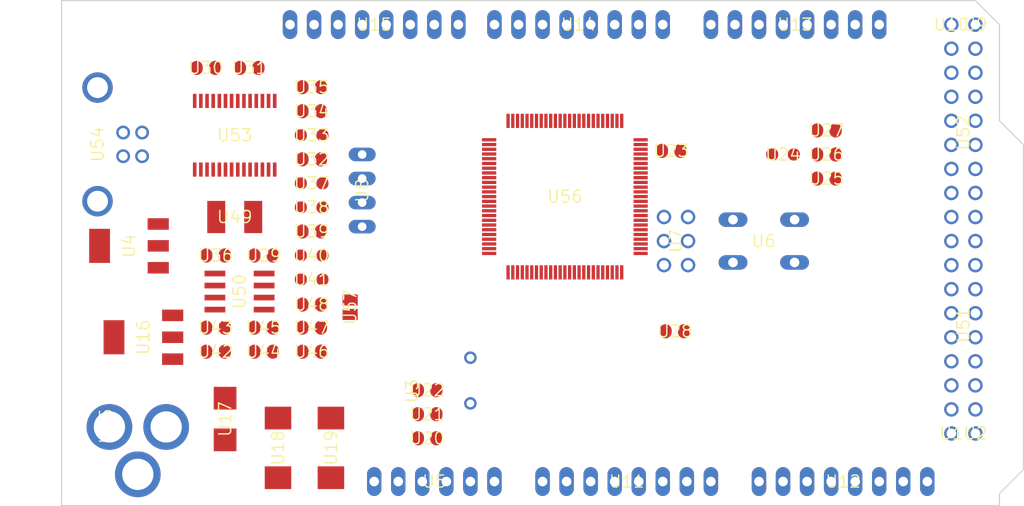
<source format=kicad_pcb>
(kicad_pcb (version 20221018) (generator pcbnew)
  (layers (0 "F.Cu" signal "Top") (31 "B.Cu" signal "Bottom") (34 "B.Paste" user) (35 "F.Paste" user) (36 "B.SilkS" user "B.Silkscreen") (37 "F.SilkS" user "F.Silkscreen") (38 "B.Mask" user) (39 "F.Mask" user) (44 "Edge.Cuts" user))
  (net 0 "")
  (net 1 "+5V")
  (net 2 "GND")
  (net 3 "N$6")
  (net 4 "N$7")
  (net 5 "AREF")
  (net 6 "RESET")
  (net 7 "VIN")
  (net 8 "N$3")
  (net 9 "PWRIN")
  (net 10 "M8RXD")
  (net 11 "M8TXD")
  (net 12 "ADC0")
  (net 13 "ADC2")
  (net 14 "ADC1")
  (net 15 "ADC3")
  (net 16 "ADC4")
  (net 17 "ADC5")
  (net 18 "ADC6")
  (net 19 "ADC7")
  (net 20 "+3V3")
  (net 21 "SDA")
  (net 22 "SCL")
  (net 23 "ADC9")
  (net 24 "ADC8")
  (net 25 "ADC10")
  (net 26 "ADC11")
  (net 27 "ADC12")
  (net 28 "ADC13")
  (net 29 "ADC14")
  (net 30 "ADC15")
  (net 31 "PB3")
  (net 32 "PB2")
  (net 33 "PB1")
  (net 34 "PB5")
  (net 35 "PB4")
  (net 36 "PE5")
  (net 37 "PE4")
  (net 38 "PE3")
  (net 39 "PE1")
  (net 40 "PE0")
  (net 41 "N$15")
  (net 42 "N$53")
  (net 43 "N$54")
  (net 44 "N$55")
  (net 45 "D-")
  (net 46 "D+")
  (net 47 "N$60")
  (net 48 "DTR")
  (net 49 "USBVCC")
  (net 50 "N$2")
  (net 51 "N$4")
  (net 52 "GATE_CMD")
  (net 53 "CMP")
  (net 54 "PB6")
  (net 55 "PH3")
  (net 56 "PH4")
  (net 57 "PH5")
  (net 58 "PH6")
  (net 59 "PG5")
  (net 60 "RXD1")
  (net 61 "TXD1")
  (net 62 "RXD2")
  (net 63 "RXD3")
  (net 64 "TXD2")
  (net 65 "TXD3")
  (net 66 "PC0")
  (net 67 "PC1")
  (net 68 "PC2")
  (net 69 "PC3")
  (net 70 "PC4")
  (net 71 "PC5")
  (net 72 "PC6")
  (net 73 "PC7")
  (net 74 "PB0")
  (net 75 "PG0")
  (net 76 "PG1")
  (net 77 "PG2")
  (net 78 "PD7")
  (net 79 "PA0")
  (net 80 "PA1")
  (net 81 "PA2")
  (net 82 "PA3")
  (net 83 "PA4")
  (net 84 "PA5")
  (net 85 "PA6")
  (net 86 "PA7")
  (net 87 "PL0")
  (net 88 "PL1")
  (net 89 "PL2")
  (net 90 "PL3")
  (net 91 "PL4")
  (net 92 "PL5")
  (net 93 "PL6")
  (net 94 "PL7")
  (net 95 "PB7")
  (net 96 "CTS")
  (net 97 "DSR")
  (net 98 "DCD")
  (net 99 "RI")
  (footprint "Arduino_MEGA_Reference_Design:2X03" (layer "F.Cu") (at 162.5981 103.7336 -90)
    (fp_text reference "U7")
    (fp_text value "")
  )
  (footprint "Arduino_MEGA_Reference_Design:1X08" (layer "F.Cu") (at 152.3111 80.8736 180)
    (fp_text reference "U14")
    (fp_text value "")
  )
  (footprint "Arduino_MEGA_Reference_Design:1X08" (layer "F.Cu") (at 130.7211 80.8736 180)
    (fp_text reference "U15")
    (fp_text value "")
  )
  (footprint "Arduino_MEGA_Reference_Design:SMC_D" (layer "F.Cu") (at 120.5611 125.5776 -90)
    (fp_text reference "U18")
    (fp_text value "")
  )
  (footprint "Arduino_MEGA_Reference_Design:SMC_D" (layer "F.Cu") (at 126.1491 125.5776 -90)
    (fp_text reference "U19")
    (fp_text value "")
  )
  (footprint "Arduino_MEGA_Reference_Design:B3F-10XX" (layer "F.Cu") (at 171.8691 103.7336 180)
    (fp_text reference "U6")
    (fp_text value "")
  )
  (footprint "Arduino_MEGA_Reference_Design:0805RND" (layer "F.Cu") (at 173.9011 94.5896 180)
    (fp_text reference "U24")
    (fp_text value "")
  )
  (footprint "Arduino_MEGA_Reference_Design:SMB" (layer "F.Cu") (at 114.9731 122.5296 -90)
    (fp_text reference "U17")
    (fp_text value "")
  )
  (footprint "Arduino_MEGA_Reference_Design:DC-21MM" (layer "F.Cu") (at 103.0351 123.2916 90)
    (fp_text reference "U55")
    (fp_text value "")
  )
  (footprint "Arduino_MEGA_Reference_Design:HC49_S" (layer "F.Cu") (at 140.8811 118.4656 90)
    (fp_text reference "U3")
    (fp_text value "")
  )
  (footprint "Arduino_MEGA_Reference_Design:SOT223" (layer "F.Cu") (at 106.3371 113.8936 90)
    (fp_text reference "U16")
    (fp_text value "")
  )
  (footprint "Arduino_MEGA_Reference_Design:1X06" (layer "F.Cu") (at 137.0711 129.1336)
    (fp_text reference "U5")
    (fp_text value "")
  )
  (footprint "Arduino_MEGA_Reference_Design:C0805RND" (layer "F.Cu") (at 124.1171 87.4776)
    (fp_text reference "U35")
    (fp_text value "")
  )
  (footprint "Arduino_MEGA_Reference_Design:C0805RND" (layer "F.Cu") (at 162.4711 113.2586)
    (fp_text reference "U28")
    (fp_text value "")
  )
  (footprint "Arduino_MEGA_Reference_Design:C0805RND" (layer "F.Cu") (at 136.3091 122.0216)
    (fp_text reference "U21")
    (fp_text value "")
  )
  (footprint "Arduino_MEGA_Reference_Design:C0805RND" (layer "F.Cu") (at 136.3091 119.4816)
    (fp_text reference "U22")
    (fp_text value "")
  )
  (footprint "Arduino_MEGA_Reference_Design:C0805RND" (layer "F.Cu") (at 113.9571 112.8776)
    (fp_text reference "U43")
    (fp_text value "")
  )
  (footprint "Arduino_MEGA_Reference_Design:RCL_0805RND" (layer "F.Cu") (at 124.1171 105.2576)
    (fp_text reference "U40")
    (fp_text value "")
  )
  (footprint "Arduino_MEGA_Reference_Design:RCL_0805RND" (layer "F.Cu") (at 124.1171 107.7976)
    (fp_text reference "U41")
    (fp_text value "")
  )
  (footprint "Arduino_MEGA_Reference_Design:1X08" (layer "F.Cu") (at 157.3911 129.1336)
    (fp_text reference "U11")
    (fp_text value "")
  )
  (footprint "Arduino_MEGA_Reference_Design:1X08" (layer "F.Cu") (at 175.1711 80.8736 180)
    (fp_text reference "U13")
    (fp_text value "")
  )
  (footprint "Arduino_MEGA_Reference_Design:R0805RND" (layer "F.Cu") (at 178.4731 94.5896 180)
    (fp_text reference "U26")
    (fp_text value "")
  )
  (footprint "Arduino_MEGA_Reference_Design:R0805RND" (layer "F.Cu") (at 178.4731 92.0496 180)
    (fp_text reference "U27")
    (fp_text value "")
  )
  (footprint "Arduino_MEGA_Reference_Design:TQFP100" (layer "F.Cu") (at 150.86109924316406 99.0392837524414 0)
    (fp_text reference "U56")
    (fp_text value "")
  )
  (footprint "Arduino_MEGA_Reference_Design:C0805RND" (layer "F.Cu") (at 162.0901 94.2086 180)
    (fp_text reference "U23")
    (fp_text value "")
  )
  (footprint "Arduino_MEGA_Reference_Design:C0805RND" (layer "F.Cu") (at 136.3091 124.5616)
    (fp_text reference "U20")
    (fp_text value "")
  )
  (footprint "Arduino_MEGA_Reference_Design:1X08" (layer "F.Cu") (at 180.2511 129.1336)
    (fp_text reference "U12")
    (fp_text value "")
  )
  (footprint "Arduino_MEGA_Reference_Design:R0805RND" (layer "F.Cu") (at 124.1171 112.8776)
    (fp_text reference "U47")
    (fp_text value "")
  )
  (footprint "Arduino_MEGA_Reference_Design:C0805RND" (layer "F.Cu") (at 124.1171 115.4176)
    (fp_text reference "U46")
    (fp_text value "")
  )
  (footprint "Arduino_MEGA_Reference_Design:C0805RND" (layer "F.Cu") (at 113.9571 105.2576)
    (fp_text reference "U36")
    (fp_text value "")
  )
  (footprint "Arduino_MEGA_Reference_Design:C0805RND" (layer "F.Cu") (at 112.9411 85.4456)
    (fp_text reference "U30")
    (fp_text value "")
  )
  (footprint "Arduino_MEGA_Reference_Design:0805RND" (layer "F.Cu") (at 124.1171 100.1776 180)
    (fp_text reference "U38")
    (fp_text value "")
  )
  (footprint "Arduino_MEGA_Reference_Design:0805RND" (layer "F.Cu") (at 124.1171 97.6376 180)
    (fp_text reference "U37")
    (fp_text value "")
  )
  (footprint "Arduino_MEGA_Reference_Design:R0805RND" (layer "F.Cu") (at 124.1171 95.0976)
    (fp_text reference "U32")
    (fp_text value "")
  )
  (footprint "Arduino_MEGA_Reference_Design:R0805RND" (layer "F.Cu") (at 124.1171 102.7176)
    (fp_text reference "U39")
    (fp_text value "")
  )
  (footprint "Arduino_MEGA_Reference_Design:SSOP28" (layer "F.Cu") (at 115.9891 92.5576)
    (fp_text reference "U53")
    (fp_text value "")
  )
  (footprint "Arduino_MEGA_Reference_Design:PN61729" (layer "F.Cu") (at 98.9584 93.5228 -90)
    (fp_text reference "U54")
    (fp_text value "")
  )
  (footprint "Arduino_MEGA_Reference_Design:L1812" (layer "F.Cu") (at 115.9891 101.1936)
    (fp_text reference "U49")
    (fp_text value "")
  )
  (footprint "Arduino_MEGA_Reference_Design:C0805RND" (layer "F.Cu") (at 117.5131 85.4456)
    (fp_text reference "U31")
    (fp_text value "")
  )
  (footprint "Arduino_MEGA_Reference_Design:0805RND" (layer "F.Cu") (at 124.1171 92.5576 180)
    (fp_text reference "U33")
    (fp_text value "")
  )
  (footprint "Arduino_MEGA_Reference_Design:R0805RND" (layer "F.Cu") (at 124.1171 90.0176 180)
    (fp_text reference "U34")
    (fp_text value "")
  )
  (footprint "Arduino_MEGA_Reference_Design:C0805RND" (layer "F.Cu") (at 124.1171 110.4392 180)
    (fp_text reference "U48")
    (fp_text value "")
  )
  (footprint "Arduino_MEGA_Reference_Design:SOT223" (layer "F.Cu") (at 104.8131 104.2416 90)
    (fp_text reference "U4")
    (fp_text value "")
  )
  (footprint "Arduino_MEGA_Reference_Design:SO08" (layer "F.Cu") (at 116.4971 109.0676 -90)
    (fp_text reference "U50")
    (fp_text value "")
  )
  (footprint "Arduino_MEGA_Reference_Design:R0805RND" (layer "F.Cu") (at 113.9571 115.4176 180)
    (fp_text reference "U42")
    (fp_text value "")
  )
  (footprint "Arduino_MEGA_Reference_Design:R0805RND" (layer "F.Cu") (at 119.0371 112.8776 180)
    (fp_text reference "U45")
    (fp_text value "")
  )
  (footprint "Arduino_MEGA_Reference_Design:C0805RND" (layer "F.Cu") (at 119.0371 115.4176 180)
    (fp_text reference "U44")
    (fp_text value "")
  )
  (footprint "Arduino_MEGA_Reference_Design:C0805RND" (layer "F.Cu") (at 119.0371 105.2576)
    (fp_text reference "U29")
    (fp_text value "")
  )
  (footprint "Arduino_MEGA_Reference_Design:2X08" (layer "F.Cu") (at 192.9511 92.3036 90)
    (fp_text reference "U52")
    (fp_text value "")
  )
  (footprint "Arduino_MEGA_Reference_Design:2X08" (layer "F.Cu") (at 192.9511 112.6236 90)
    (fp_text reference "U51")
    (fp_text value "")
  )
  (footprint "Arduino_MEGA_Reference_Design:R0805RND" (layer "F.Cu") (at 178.4731 97.1296 180)
    (fp_text reference "U25")
    (fp_text value "")
  )
  (footprint "Arduino_MEGA_Reference_Design:1X01" (layer "F.Cu") (at 191.6811 80.8736)
    (fp_text reference "U10")
    (fp_text value "")
  )
  (footprint "Arduino_MEGA_Reference_Design:1X01" (layer "F.Cu") (at 194.2211 80.8736)
    (fp_text reference "U9")
    (fp_text value "")
  )
  (footprint "Arduino_MEGA_Reference_Design:1X01" (layer "F.Cu") (at 191.6811 124.0536)
    (fp_text reference "U1")
    (fp_text value "")
  )
  (footprint "Arduino_MEGA_Reference_Design:1X01" (layer "F.Cu") (at 194.2211 124.0536)
    (fp_text reference "U2")
    (fp_text value "")
  )
  (footprint "Arduino_MEGA_Reference_Design:SJ" (layer "F.Cu") (at 128.1811 110.7186 -90)
    (fp_text reference "U57")
    (fp_text value "")
  )
  (footprint "Arduino_MEGA_Reference_Design:JP4" (layer "F.Cu") (at 129.4511 98.3996 -90)
    (fp_text reference "U8")
    (fp_text value "")
  )
  (gr_line (start 196.7611 80.8736) (end 196.7611 91.0336) (layer "Edge.Cuts") (width 0.12))
  (gr_line (start 196.7611 130.4036) (end 196.7611 131.6736) (layer "Edge.Cuts") (width 0.12))
  (gr_line (start 194.2211 78.3336) (end 196.7611 80.8736) (layer "Edge.Cuts") (width 0.12))
  (gr_line (start 97.7011 78.3336) (end 194.2211 78.3336) (layer "Edge.Cuts") (width 0.12))
  (gr_line (start 196.7611 91.0336) (end 199.3011 93.5736) (layer "Edge.Cuts") (width 0.12))
  (gr_line (start 97.7011 131.6736) (end 97.7011 78.3336) (layer "Edge.Cuts") (width 0.12))
  (gr_line (start 196.7611 131.6736) (end 97.7011 131.6736) (layer "Edge.Cuts") (width 0.12))
  (gr_line (start 199.3011 93.5736) (end 199.3011 127.8636) (layer "Edge.Cuts") (width 0.12))
  (gr_line (start 199.3011 127.8636) (end 196.7611 130.4036) (layer "Edge.Cuts") (width 0.12))
)
</source>
